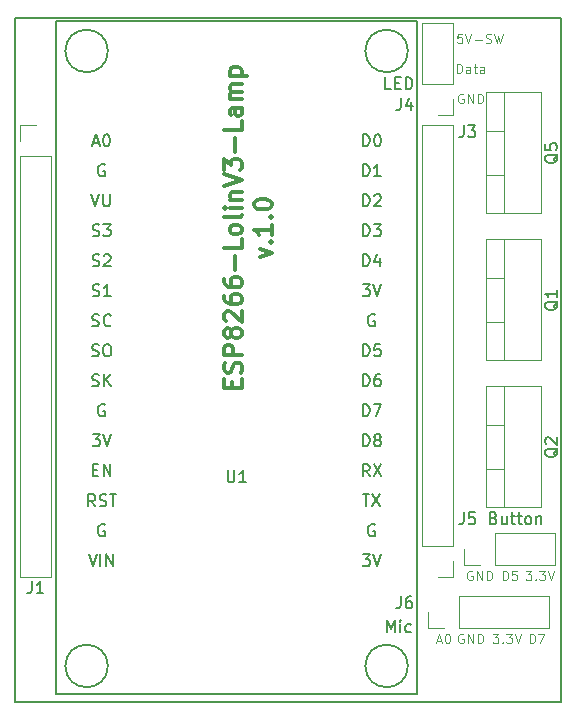
<source format=gbr>
%TF.GenerationSoftware,KiCad,Pcbnew,5.0.2-bee76a0~70~ubuntu18.04.1*%
%TF.CreationDate,2019-10-11T23:19:19+02:00*%
%TF.ProjectId,ESP8266-LolinV3-Lamp,45535038-3236-4362-9d4c-6f6c696e5633,1.0*%
%TF.SameCoordinates,Original*%
%TF.FileFunction,Legend,Top*%
%TF.FilePolarity,Positive*%
%FSLAX46Y46*%
G04 Gerber Fmt 4.6, Leading zero omitted, Abs format (unit mm)*
G04 Created by KiCad (PCBNEW 5.0.2-bee76a0~70~ubuntu18.04.1) date ven 11 ott 2019 23:19:19 CEST*
%MOMM*%
%LPD*%
G01*
G04 APERTURE LIST*
%ADD10C,0.120000*%
%ADD11C,0.150000*%
%ADD12C,0.300000*%
G04 APERTURE END LIST*
D10*
X183051523Y-101707904D02*
X183051523Y-100907904D01*
X183242000Y-100907904D01*
X183356285Y-100946000D01*
X183432476Y-101022190D01*
X183470571Y-101098380D01*
X183508666Y-101250761D01*
X183508666Y-101365047D01*
X183470571Y-101517428D01*
X183432476Y-101593619D01*
X183356285Y-101669809D01*
X183242000Y-101707904D01*
X183051523Y-101707904D01*
X183775333Y-100907904D02*
X184308666Y-100907904D01*
X183965809Y-101707904D01*
X179921047Y-100907904D02*
X180416285Y-100907904D01*
X180149619Y-101212666D01*
X180263904Y-101212666D01*
X180340095Y-101250761D01*
X180378190Y-101288857D01*
X180416285Y-101365047D01*
X180416285Y-101555523D01*
X180378190Y-101631714D01*
X180340095Y-101669809D01*
X180263904Y-101707904D01*
X180035333Y-101707904D01*
X179959142Y-101669809D01*
X179921047Y-101631714D01*
X180759142Y-101631714D02*
X180797238Y-101669809D01*
X180759142Y-101707904D01*
X180721047Y-101669809D01*
X180759142Y-101631714D01*
X180759142Y-101707904D01*
X181063904Y-100907904D02*
X181559142Y-100907904D01*
X181292476Y-101212666D01*
X181406761Y-101212666D01*
X181482952Y-101250761D01*
X181521047Y-101288857D01*
X181559142Y-101365047D01*
X181559142Y-101555523D01*
X181521047Y-101631714D01*
X181482952Y-101669809D01*
X181406761Y-101707904D01*
X181178190Y-101707904D01*
X181102000Y-101669809D01*
X181063904Y-101631714D01*
X181787714Y-100907904D02*
X182054380Y-101707904D01*
X182321047Y-100907904D01*
X177444476Y-100946000D02*
X177368285Y-100907904D01*
X177254000Y-100907904D01*
X177139714Y-100946000D01*
X177063523Y-101022190D01*
X177025428Y-101098380D01*
X176987333Y-101250761D01*
X176987333Y-101365047D01*
X177025428Y-101517428D01*
X177063523Y-101593619D01*
X177139714Y-101669809D01*
X177254000Y-101707904D01*
X177330190Y-101707904D01*
X177444476Y-101669809D01*
X177482571Y-101631714D01*
X177482571Y-101365047D01*
X177330190Y-101365047D01*
X177825428Y-101707904D02*
X177825428Y-100907904D01*
X178282571Y-101707904D01*
X178282571Y-100907904D01*
X178663523Y-101707904D02*
X178663523Y-100907904D01*
X178854000Y-100907904D01*
X178968285Y-100946000D01*
X179044476Y-101022190D01*
X179082571Y-101098380D01*
X179120666Y-101250761D01*
X179120666Y-101365047D01*
X179082571Y-101517428D01*
X179044476Y-101593619D01*
X178968285Y-101669809D01*
X178854000Y-101707904D01*
X178663523Y-101707904D01*
X175196571Y-101479333D02*
X175577523Y-101479333D01*
X175120380Y-101707904D02*
X175387047Y-100907904D01*
X175653714Y-101707904D01*
X176072761Y-100907904D02*
X176148952Y-100907904D01*
X176225142Y-100946000D01*
X176263238Y-100984095D01*
X176301333Y-101060285D01*
X176339428Y-101212666D01*
X176339428Y-101403142D01*
X176301333Y-101555523D01*
X176263238Y-101631714D01*
X176225142Y-101669809D01*
X176148952Y-101707904D01*
X176072761Y-101707904D01*
X175996571Y-101669809D01*
X175958476Y-101631714D01*
X175920380Y-101555523D01*
X175882285Y-101403142D01*
X175882285Y-101212666D01*
X175920380Y-101060285D01*
X175958476Y-100984095D01*
X175996571Y-100946000D01*
X176072761Y-100907904D01*
D11*
X171315142Y-54808380D02*
X170838952Y-54808380D01*
X170838952Y-53808380D01*
X171648476Y-54284571D02*
X171981809Y-54284571D01*
X172124666Y-54808380D02*
X171648476Y-54808380D01*
X171648476Y-53808380D01*
X172124666Y-53808380D01*
X172553238Y-54808380D02*
X172553238Y-53808380D01*
X172791333Y-53808380D01*
X172934190Y-53856000D01*
X173029428Y-53951238D01*
X173077047Y-54046476D01*
X173124666Y-54236952D01*
X173124666Y-54379809D01*
X173077047Y-54570285D01*
X173029428Y-54665523D01*
X172934190Y-54760761D01*
X172791333Y-54808380D01*
X172553238Y-54808380D01*
D10*
X177444476Y-55226000D02*
X177368285Y-55187904D01*
X177254000Y-55187904D01*
X177139714Y-55226000D01*
X177063523Y-55302190D01*
X177025428Y-55378380D01*
X176987333Y-55530761D01*
X176987333Y-55645047D01*
X177025428Y-55797428D01*
X177063523Y-55873619D01*
X177139714Y-55949809D01*
X177254000Y-55987904D01*
X177330190Y-55987904D01*
X177444476Y-55949809D01*
X177482571Y-55911714D01*
X177482571Y-55645047D01*
X177330190Y-55645047D01*
X177825428Y-55987904D02*
X177825428Y-55187904D01*
X178282571Y-55987904D01*
X178282571Y-55187904D01*
X178663523Y-55987904D02*
X178663523Y-55187904D01*
X178854000Y-55187904D01*
X178968285Y-55226000D01*
X179044476Y-55302190D01*
X179082571Y-55378380D01*
X179120666Y-55530761D01*
X179120666Y-55645047D01*
X179082571Y-55797428D01*
X179044476Y-55873619D01*
X178968285Y-55949809D01*
X178854000Y-55987904D01*
X178663523Y-55987904D01*
X176892095Y-53447904D02*
X176892095Y-52647904D01*
X177082571Y-52647904D01*
X177196857Y-52686000D01*
X177273047Y-52762190D01*
X177311142Y-52838380D01*
X177349238Y-52990761D01*
X177349238Y-53105047D01*
X177311142Y-53257428D01*
X177273047Y-53333619D01*
X177196857Y-53409809D01*
X177082571Y-53447904D01*
X176892095Y-53447904D01*
X178034952Y-53447904D02*
X178034952Y-53028857D01*
X177996857Y-52952666D01*
X177920666Y-52914571D01*
X177768285Y-52914571D01*
X177692095Y-52952666D01*
X178034952Y-53409809D02*
X177958761Y-53447904D01*
X177768285Y-53447904D01*
X177692095Y-53409809D01*
X177654000Y-53333619D01*
X177654000Y-53257428D01*
X177692095Y-53181238D01*
X177768285Y-53143142D01*
X177958761Y-53143142D01*
X178034952Y-53105047D01*
X178301619Y-52914571D02*
X178606380Y-52914571D01*
X178415904Y-52647904D02*
X178415904Y-53333619D01*
X178454000Y-53409809D01*
X178530190Y-53447904D01*
X178606380Y-53447904D01*
X179215904Y-53447904D02*
X179215904Y-53028857D01*
X179177809Y-52952666D01*
X179101619Y-52914571D01*
X178949238Y-52914571D01*
X178873047Y-52952666D01*
X179215904Y-53409809D02*
X179139714Y-53447904D01*
X178949238Y-53447904D01*
X178873047Y-53409809D01*
X178834952Y-53333619D01*
X178834952Y-53257428D01*
X178873047Y-53181238D01*
X178949238Y-53143142D01*
X179139714Y-53143142D01*
X179215904Y-53105047D01*
X177330285Y-50107904D02*
X176949333Y-50107904D01*
X176911238Y-50488857D01*
X176949333Y-50450761D01*
X177025523Y-50412666D01*
X177216000Y-50412666D01*
X177292190Y-50450761D01*
X177330285Y-50488857D01*
X177368380Y-50565047D01*
X177368380Y-50755523D01*
X177330285Y-50831714D01*
X177292190Y-50869809D01*
X177216000Y-50907904D01*
X177025523Y-50907904D01*
X176949333Y-50869809D01*
X176911238Y-50831714D01*
X177596952Y-50107904D02*
X177863619Y-50907904D01*
X178130285Y-50107904D01*
X178396952Y-50603142D02*
X179006476Y-50603142D01*
X179349333Y-50869809D02*
X179463619Y-50907904D01*
X179654095Y-50907904D01*
X179730285Y-50869809D01*
X179768380Y-50831714D01*
X179806476Y-50755523D01*
X179806476Y-50679333D01*
X179768380Y-50603142D01*
X179730285Y-50565047D01*
X179654095Y-50526952D01*
X179501714Y-50488857D01*
X179425523Y-50450761D01*
X179387428Y-50412666D01*
X179349333Y-50336476D01*
X179349333Y-50260285D01*
X179387428Y-50184095D01*
X179425523Y-50146000D01*
X179501714Y-50107904D01*
X179692190Y-50107904D01*
X179806476Y-50146000D01*
X180073142Y-50107904D02*
X180263619Y-50907904D01*
X180416000Y-50336476D01*
X180568380Y-50907904D01*
X180758857Y-50107904D01*
D11*
X170958000Y-100782380D02*
X170958000Y-99782380D01*
X171291333Y-100496666D01*
X171624666Y-99782380D01*
X171624666Y-100782380D01*
X172100857Y-100782380D02*
X172100857Y-100115714D01*
X172100857Y-99782380D02*
X172053238Y-99830000D01*
X172100857Y-99877619D01*
X172148476Y-99830000D01*
X172100857Y-99782380D01*
X172100857Y-99877619D01*
X173005619Y-100734761D02*
X172910380Y-100782380D01*
X172719904Y-100782380D01*
X172624666Y-100734761D01*
X172577047Y-100687142D01*
X172529428Y-100591904D01*
X172529428Y-100306190D01*
X172577047Y-100210952D01*
X172624666Y-100163333D01*
X172719904Y-100115714D01*
X172910380Y-100115714D01*
X173005619Y-100163333D01*
D10*
X182715047Y-95573904D02*
X183210285Y-95573904D01*
X182943619Y-95878666D01*
X183057904Y-95878666D01*
X183134095Y-95916761D01*
X183172190Y-95954857D01*
X183210285Y-96031047D01*
X183210285Y-96221523D01*
X183172190Y-96297714D01*
X183134095Y-96335809D01*
X183057904Y-96373904D01*
X182829333Y-96373904D01*
X182753142Y-96335809D01*
X182715047Y-96297714D01*
X183553142Y-96297714D02*
X183591238Y-96335809D01*
X183553142Y-96373904D01*
X183515047Y-96335809D01*
X183553142Y-96297714D01*
X183553142Y-96373904D01*
X183857904Y-95573904D02*
X184353142Y-95573904D01*
X184086476Y-95878666D01*
X184200761Y-95878666D01*
X184276952Y-95916761D01*
X184315047Y-95954857D01*
X184353142Y-96031047D01*
X184353142Y-96221523D01*
X184315047Y-96297714D01*
X184276952Y-96335809D01*
X184200761Y-96373904D01*
X183972190Y-96373904D01*
X183896000Y-96335809D01*
X183857904Y-96297714D01*
X184581714Y-95573904D02*
X184848380Y-96373904D01*
X185115047Y-95573904D01*
X178206476Y-95612000D02*
X178130285Y-95573904D01*
X178016000Y-95573904D01*
X177901714Y-95612000D01*
X177825523Y-95688190D01*
X177787428Y-95764380D01*
X177749333Y-95916761D01*
X177749333Y-96031047D01*
X177787428Y-96183428D01*
X177825523Y-96259619D01*
X177901714Y-96335809D01*
X178016000Y-96373904D01*
X178092190Y-96373904D01*
X178206476Y-96335809D01*
X178244571Y-96297714D01*
X178244571Y-96031047D01*
X178092190Y-96031047D01*
X178587428Y-96373904D02*
X178587428Y-95573904D01*
X179044571Y-96373904D01*
X179044571Y-95573904D01*
X179425523Y-96373904D02*
X179425523Y-95573904D01*
X179616000Y-95573904D01*
X179730285Y-95612000D01*
X179806476Y-95688190D01*
X179844571Y-95764380D01*
X179882666Y-95916761D01*
X179882666Y-96031047D01*
X179844571Y-96183428D01*
X179806476Y-96259619D01*
X179730285Y-96335809D01*
X179616000Y-96373904D01*
X179425523Y-96373904D01*
X180765523Y-96373904D02*
X180765523Y-95573904D01*
X180956000Y-95573904D01*
X181070285Y-95612000D01*
X181146476Y-95688190D01*
X181184571Y-95764380D01*
X181222666Y-95916761D01*
X181222666Y-96031047D01*
X181184571Y-96183428D01*
X181146476Y-96259619D01*
X181070285Y-96335809D01*
X180956000Y-96373904D01*
X180765523Y-96373904D01*
X181946476Y-95573904D02*
X181565523Y-95573904D01*
X181527428Y-95954857D01*
X181565523Y-95916761D01*
X181641714Y-95878666D01*
X181832190Y-95878666D01*
X181908380Y-95916761D01*
X181946476Y-95954857D01*
X181984571Y-96031047D01*
X181984571Y-96221523D01*
X181946476Y-96297714D01*
X181908380Y-96335809D01*
X181832190Y-96373904D01*
X181641714Y-96373904D01*
X181565523Y-96335809D01*
X181527428Y-96297714D01*
D11*
X180006857Y-91114571D02*
X180149714Y-91162190D01*
X180197333Y-91209809D01*
X180244952Y-91305047D01*
X180244952Y-91447904D01*
X180197333Y-91543142D01*
X180149714Y-91590761D01*
X180054476Y-91638380D01*
X179673523Y-91638380D01*
X179673523Y-90638380D01*
X180006857Y-90638380D01*
X180102095Y-90686000D01*
X180149714Y-90733619D01*
X180197333Y-90828857D01*
X180197333Y-90924095D01*
X180149714Y-91019333D01*
X180102095Y-91066952D01*
X180006857Y-91114571D01*
X179673523Y-91114571D01*
X181102095Y-90971714D02*
X181102095Y-91638380D01*
X180673523Y-90971714D02*
X180673523Y-91495523D01*
X180721142Y-91590761D01*
X180816380Y-91638380D01*
X180959238Y-91638380D01*
X181054476Y-91590761D01*
X181102095Y-91543142D01*
X181435428Y-90971714D02*
X181816380Y-90971714D01*
X181578285Y-90638380D02*
X181578285Y-91495523D01*
X181625904Y-91590761D01*
X181721142Y-91638380D01*
X181816380Y-91638380D01*
X182006857Y-90971714D02*
X182387809Y-90971714D01*
X182149714Y-90638380D02*
X182149714Y-91495523D01*
X182197333Y-91590761D01*
X182292571Y-91638380D01*
X182387809Y-91638380D01*
X182864000Y-91638380D02*
X182768761Y-91590761D01*
X182721142Y-91543142D01*
X182673523Y-91447904D01*
X182673523Y-91162190D01*
X182721142Y-91066952D01*
X182768761Y-91019333D01*
X182864000Y-90971714D01*
X183006857Y-90971714D01*
X183102095Y-91019333D01*
X183149714Y-91066952D01*
X183197333Y-91162190D01*
X183197333Y-91447904D01*
X183149714Y-91543142D01*
X183102095Y-91590761D01*
X183006857Y-91638380D01*
X182864000Y-91638380D01*
X183625904Y-90971714D02*
X183625904Y-91638380D01*
X183625904Y-91066952D02*
X183673523Y-91019333D01*
X183768761Y-90971714D01*
X183911619Y-90971714D01*
X184006857Y-91019333D01*
X184054476Y-91114571D01*
X184054476Y-91638380D01*
D12*
X157875857Y-80083714D02*
X157875857Y-79583714D01*
X158661571Y-79369428D02*
X158661571Y-80083714D01*
X157161571Y-80083714D01*
X157161571Y-79369428D01*
X158590142Y-78798000D02*
X158661571Y-78583714D01*
X158661571Y-78226571D01*
X158590142Y-78083714D01*
X158518714Y-78012285D01*
X158375857Y-77940857D01*
X158233000Y-77940857D01*
X158090142Y-78012285D01*
X158018714Y-78083714D01*
X157947285Y-78226571D01*
X157875857Y-78512285D01*
X157804428Y-78655142D01*
X157733000Y-78726571D01*
X157590142Y-78798000D01*
X157447285Y-78798000D01*
X157304428Y-78726571D01*
X157233000Y-78655142D01*
X157161571Y-78512285D01*
X157161571Y-78155142D01*
X157233000Y-77940857D01*
X158661571Y-77298000D02*
X157161571Y-77298000D01*
X157161571Y-76726571D01*
X157233000Y-76583714D01*
X157304428Y-76512285D01*
X157447285Y-76440857D01*
X157661571Y-76440857D01*
X157804428Y-76512285D01*
X157875857Y-76583714D01*
X157947285Y-76726571D01*
X157947285Y-77298000D01*
X157804428Y-75583714D02*
X157733000Y-75726571D01*
X157661571Y-75798000D01*
X157518714Y-75869428D01*
X157447285Y-75869428D01*
X157304428Y-75798000D01*
X157233000Y-75726571D01*
X157161571Y-75583714D01*
X157161571Y-75298000D01*
X157233000Y-75155142D01*
X157304428Y-75083714D01*
X157447285Y-75012285D01*
X157518714Y-75012285D01*
X157661571Y-75083714D01*
X157733000Y-75155142D01*
X157804428Y-75298000D01*
X157804428Y-75583714D01*
X157875857Y-75726571D01*
X157947285Y-75798000D01*
X158090142Y-75869428D01*
X158375857Y-75869428D01*
X158518714Y-75798000D01*
X158590142Y-75726571D01*
X158661571Y-75583714D01*
X158661571Y-75298000D01*
X158590142Y-75155142D01*
X158518714Y-75083714D01*
X158375857Y-75012285D01*
X158090142Y-75012285D01*
X157947285Y-75083714D01*
X157875857Y-75155142D01*
X157804428Y-75298000D01*
X157304428Y-74440857D02*
X157233000Y-74369428D01*
X157161571Y-74226571D01*
X157161571Y-73869428D01*
X157233000Y-73726571D01*
X157304428Y-73655142D01*
X157447285Y-73583714D01*
X157590142Y-73583714D01*
X157804428Y-73655142D01*
X158661571Y-74512285D01*
X158661571Y-73583714D01*
X157161571Y-72298000D02*
X157161571Y-72583714D01*
X157233000Y-72726571D01*
X157304428Y-72798000D01*
X157518714Y-72940857D01*
X157804428Y-73012285D01*
X158375857Y-73012285D01*
X158518714Y-72940857D01*
X158590142Y-72869428D01*
X158661571Y-72726571D01*
X158661571Y-72440857D01*
X158590142Y-72298000D01*
X158518714Y-72226571D01*
X158375857Y-72155142D01*
X158018714Y-72155142D01*
X157875857Y-72226571D01*
X157804428Y-72298000D01*
X157733000Y-72440857D01*
X157733000Y-72726571D01*
X157804428Y-72869428D01*
X157875857Y-72940857D01*
X158018714Y-73012285D01*
X157161571Y-70869428D02*
X157161571Y-71155142D01*
X157233000Y-71298000D01*
X157304428Y-71369428D01*
X157518714Y-71512285D01*
X157804428Y-71583714D01*
X158375857Y-71583714D01*
X158518714Y-71512285D01*
X158590142Y-71440857D01*
X158661571Y-71298000D01*
X158661571Y-71012285D01*
X158590142Y-70869428D01*
X158518714Y-70798000D01*
X158375857Y-70726571D01*
X158018714Y-70726571D01*
X157875857Y-70798000D01*
X157804428Y-70869428D01*
X157733000Y-71012285D01*
X157733000Y-71298000D01*
X157804428Y-71440857D01*
X157875857Y-71512285D01*
X158018714Y-71583714D01*
X158090142Y-70083714D02*
X158090142Y-68940857D01*
X158661571Y-67512285D02*
X158661571Y-68226571D01*
X157161571Y-68226571D01*
X158661571Y-66798000D02*
X158590142Y-66940857D01*
X158518714Y-67012285D01*
X158375857Y-67083714D01*
X157947285Y-67083714D01*
X157804428Y-67012285D01*
X157733000Y-66940857D01*
X157661571Y-66798000D01*
X157661571Y-66583714D01*
X157733000Y-66440857D01*
X157804428Y-66369428D01*
X157947285Y-66298000D01*
X158375857Y-66298000D01*
X158518714Y-66369428D01*
X158590142Y-66440857D01*
X158661571Y-66583714D01*
X158661571Y-66798000D01*
X158661571Y-65440857D02*
X158590142Y-65583714D01*
X158447285Y-65655142D01*
X157161571Y-65655142D01*
X158661571Y-64869428D02*
X157661571Y-64869428D01*
X157161571Y-64869428D02*
X157233000Y-64940857D01*
X157304428Y-64869428D01*
X157233000Y-64798000D01*
X157161571Y-64869428D01*
X157304428Y-64869428D01*
X157661571Y-64155142D02*
X158661571Y-64155142D01*
X157804428Y-64155142D02*
X157733000Y-64083714D01*
X157661571Y-63940857D01*
X157661571Y-63726571D01*
X157733000Y-63583714D01*
X157875857Y-63512285D01*
X158661571Y-63512285D01*
X157161571Y-63012285D02*
X158661571Y-62512285D01*
X157161571Y-62012285D01*
X157161571Y-61655142D02*
X157161571Y-60726571D01*
X157733000Y-61226571D01*
X157733000Y-61012285D01*
X157804428Y-60869428D01*
X157875857Y-60798000D01*
X158018714Y-60726571D01*
X158375857Y-60726571D01*
X158518714Y-60798000D01*
X158590142Y-60869428D01*
X158661571Y-61012285D01*
X158661571Y-61440857D01*
X158590142Y-61583714D01*
X158518714Y-61655142D01*
X158090142Y-60083714D02*
X158090142Y-58940857D01*
X158661571Y-57512285D02*
X158661571Y-58226571D01*
X157161571Y-58226571D01*
X158661571Y-56369428D02*
X157875857Y-56369428D01*
X157733000Y-56440857D01*
X157661571Y-56583714D01*
X157661571Y-56869428D01*
X157733000Y-57012285D01*
X158590142Y-56369428D02*
X158661571Y-56512285D01*
X158661571Y-56869428D01*
X158590142Y-57012285D01*
X158447285Y-57083714D01*
X158304428Y-57083714D01*
X158161571Y-57012285D01*
X158090142Y-56869428D01*
X158090142Y-56512285D01*
X158018714Y-56369428D01*
X158661571Y-55655142D02*
X157661571Y-55655142D01*
X157804428Y-55655142D02*
X157733000Y-55583714D01*
X157661571Y-55440857D01*
X157661571Y-55226571D01*
X157733000Y-55083714D01*
X157875857Y-55012285D01*
X158661571Y-55012285D01*
X157875857Y-55012285D02*
X157733000Y-54940857D01*
X157661571Y-54798000D01*
X157661571Y-54583714D01*
X157733000Y-54440857D01*
X157875857Y-54369428D01*
X158661571Y-54369428D01*
X157661571Y-53655142D02*
X159161571Y-53655142D01*
X157733000Y-53655142D02*
X157661571Y-53512285D01*
X157661571Y-53226571D01*
X157733000Y-53083714D01*
X157804428Y-53012285D01*
X157947285Y-52940857D01*
X158375857Y-52940857D01*
X158518714Y-53012285D01*
X158590142Y-53083714D01*
X158661571Y-53226571D01*
X158661571Y-53512285D01*
X158590142Y-53655142D01*
X160211571Y-69048000D02*
X161211571Y-68690857D01*
X160211571Y-68333714D01*
X161068714Y-67762285D02*
X161140142Y-67690857D01*
X161211571Y-67762285D01*
X161140142Y-67833714D01*
X161068714Y-67762285D01*
X161211571Y-67762285D01*
X161211571Y-66262285D02*
X161211571Y-67119428D01*
X161211571Y-66690857D02*
X159711571Y-66690857D01*
X159925857Y-66833714D01*
X160068714Y-66976571D01*
X160140142Y-67119428D01*
X161068714Y-65619428D02*
X161140142Y-65548000D01*
X161211571Y-65619428D01*
X161140142Y-65690857D01*
X161068714Y-65619428D01*
X161211571Y-65619428D01*
X159711571Y-64619428D02*
X159711571Y-64476571D01*
X159783000Y-64333714D01*
X159854428Y-64262285D01*
X159997285Y-64190857D01*
X160283000Y-64119428D01*
X160640142Y-64119428D01*
X160925857Y-64190857D01*
X161068714Y-64262285D01*
X161140142Y-64333714D01*
X161211571Y-64476571D01*
X161211571Y-64619428D01*
X161140142Y-64762285D01*
X161068714Y-64833714D01*
X160925857Y-64905142D01*
X160640142Y-64976571D01*
X160283000Y-64976571D01*
X159997285Y-64905142D01*
X159854428Y-64833714D01*
X159783000Y-64762285D01*
X159711571Y-64619428D01*
D11*
X185674000Y-48768000D02*
X185674000Y-106680000D01*
X139446000Y-106680000D02*
X185674000Y-106680000D01*
X139446000Y-48768000D02*
X185674000Y-48768000D01*
X139446000Y-106680000D02*
X139446000Y-48768000D01*
D10*
X179356000Y-65318000D02*
X179356000Y-55078000D01*
X183997000Y-65318000D02*
X183997000Y-55078000D01*
X179356000Y-65318000D02*
X183997000Y-65318000D01*
X179356000Y-55078000D02*
X183997000Y-55078000D01*
X180866000Y-65318000D02*
X180866000Y-55078000D01*
X179356000Y-62048000D02*
X180866000Y-62048000D01*
X179356000Y-58347000D02*
X180866000Y-58347000D01*
X176590000Y-56956000D02*
X175260000Y-56956000D01*
X176590000Y-55626000D02*
X176590000Y-56956000D01*
X176590000Y-54356000D02*
X173930000Y-54356000D01*
X173930000Y-54356000D02*
X173930000Y-49216000D01*
X176590000Y-54356000D02*
X176590000Y-49216000D01*
X176590000Y-49216000D02*
X173930000Y-49216000D01*
X185226000Y-95056000D02*
X185226000Y-92396000D01*
X180086000Y-95056000D02*
X185226000Y-95056000D01*
X180086000Y-92396000D02*
X185226000Y-92396000D01*
X180086000Y-95056000D02*
X180086000Y-92396000D01*
X178816000Y-95056000D02*
X177486000Y-95056000D01*
X177486000Y-95056000D02*
X177486000Y-93726000D01*
X184718000Y-100390000D02*
X184718000Y-97730000D01*
X177038000Y-100390000D02*
X184718000Y-100390000D01*
X177038000Y-97730000D02*
X184718000Y-97730000D01*
X177038000Y-100390000D02*
X177038000Y-97730000D01*
X175768000Y-100390000D02*
X174438000Y-100390000D01*
X174438000Y-100390000D02*
X174438000Y-99060000D01*
X139894000Y-57852000D02*
X141224000Y-57852000D01*
X139894000Y-59182000D02*
X139894000Y-57852000D01*
X139894000Y-60452000D02*
X142554000Y-60452000D01*
X142554000Y-60452000D02*
X142554000Y-96072000D01*
X139894000Y-60452000D02*
X139894000Y-96072000D01*
X139894000Y-96072000D02*
X142554000Y-96072000D01*
X176590000Y-57852000D02*
X173930000Y-57852000D01*
X176590000Y-93472000D02*
X176590000Y-57852000D01*
X173930000Y-93472000D02*
X173930000Y-57852000D01*
X176590000Y-93472000D02*
X173930000Y-93472000D01*
X176590000Y-94742000D02*
X176590000Y-96072000D01*
X176590000Y-96072000D02*
X175260000Y-96072000D01*
D11*
X172738051Y-103632000D02*
G75*
G03X172738051Y-103632000I-1796051J0D01*
G01*
X147338051Y-103632000D02*
G75*
G03X147338051Y-103632000I-1796051J0D01*
G01*
X147338051Y-51562000D02*
G75*
G03X147338051Y-51562000I-1796051J0D01*
G01*
X172738051Y-51562000D02*
G75*
G03X172738051Y-51562000I-1796051J0D01*
G01*
X173492000Y-49002000D02*
X143492000Y-49002000D01*
X143492000Y-49002000D02*
X142992000Y-49002000D01*
X142992000Y-49002000D02*
X142992000Y-106002000D01*
X142992000Y-106002000D02*
X173492000Y-106002000D01*
X173492000Y-106002000D02*
X173492000Y-49002000D01*
D10*
X179356000Y-83239000D02*
X180866000Y-83239000D01*
X179356000Y-86940000D02*
X180866000Y-86940000D01*
X180866000Y-90210000D02*
X180866000Y-79970000D01*
X179356000Y-79970000D02*
X183997000Y-79970000D01*
X179356000Y-90210000D02*
X183997000Y-90210000D01*
X183997000Y-90210000D02*
X183997000Y-79970000D01*
X179356000Y-90210000D02*
X179356000Y-79970000D01*
X179356000Y-77764000D02*
X179356000Y-67524000D01*
X183997000Y-77764000D02*
X183997000Y-67524000D01*
X179356000Y-77764000D02*
X183997000Y-77764000D01*
X179356000Y-67524000D02*
X183997000Y-67524000D01*
X180866000Y-77764000D02*
X180866000Y-67524000D01*
X179356000Y-74494000D02*
X180866000Y-74494000D01*
X179356000Y-70793000D02*
X180866000Y-70793000D01*
D11*
X185459619Y-60293238D02*
X185412000Y-60388476D01*
X185316761Y-60483714D01*
X185173904Y-60626571D01*
X185126285Y-60721809D01*
X185126285Y-60817047D01*
X185364380Y-60769428D02*
X185316761Y-60864666D01*
X185221523Y-60959904D01*
X185031047Y-61007523D01*
X184697714Y-61007523D01*
X184507238Y-60959904D01*
X184412000Y-60864666D01*
X184364380Y-60769428D01*
X184364380Y-60578952D01*
X184412000Y-60483714D01*
X184507238Y-60388476D01*
X184697714Y-60340857D01*
X185031047Y-60340857D01*
X185221523Y-60388476D01*
X185316761Y-60483714D01*
X185364380Y-60578952D01*
X185364380Y-60769428D01*
X184364380Y-59436095D02*
X184364380Y-59912285D01*
X184840571Y-59959904D01*
X184792952Y-59912285D01*
X184745333Y-59817047D01*
X184745333Y-59578952D01*
X184792952Y-59483714D01*
X184840571Y-59436095D01*
X184935809Y-59388476D01*
X185173904Y-59388476D01*
X185269142Y-59436095D01*
X185316761Y-59483714D01*
X185364380Y-59578952D01*
X185364380Y-59817047D01*
X185316761Y-59912285D01*
X185269142Y-59959904D01*
X172132666Y-55586380D02*
X172132666Y-56300666D01*
X172085047Y-56443523D01*
X171989809Y-56538761D01*
X171846952Y-56586380D01*
X171751714Y-56586380D01*
X173037428Y-55919714D02*
X173037428Y-56586380D01*
X172799333Y-55538761D02*
X172561238Y-56253047D01*
X173180285Y-56253047D01*
X177466666Y-90638380D02*
X177466666Y-91352666D01*
X177419047Y-91495523D01*
X177323809Y-91590761D01*
X177180952Y-91638380D01*
X177085714Y-91638380D01*
X178419047Y-90638380D02*
X177942857Y-90638380D01*
X177895238Y-91114571D01*
X177942857Y-91066952D01*
X178038095Y-91019333D01*
X178276190Y-91019333D01*
X178371428Y-91066952D01*
X178419047Y-91114571D01*
X178466666Y-91209809D01*
X178466666Y-91447904D01*
X178419047Y-91543142D01*
X178371428Y-91590761D01*
X178276190Y-91638380D01*
X178038095Y-91638380D01*
X177942857Y-91590761D01*
X177895238Y-91543142D01*
X172132666Y-97750380D02*
X172132666Y-98464666D01*
X172085047Y-98607523D01*
X171989809Y-98702761D01*
X171846952Y-98750380D01*
X171751714Y-98750380D01*
X173037428Y-97750380D02*
X172846952Y-97750380D01*
X172751714Y-97798000D01*
X172704095Y-97845619D01*
X172608857Y-97988476D01*
X172561238Y-98178952D01*
X172561238Y-98559904D01*
X172608857Y-98655142D01*
X172656476Y-98702761D01*
X172751714Y-98750380D01*
X172942190Y-98750380D01*
X173037428Y-98702761D01*
X173085047Y-98655142D01*
X173132666Y-98559904D01*
X173132666Y-98321809D01*
X173085047Y-98226571D01*
X173037428Y-98178952D01*
X172942190Y-98131333D01*
X172751714Y-98131333D01*
X172656476Y-98178952D01*
X172608857Y-98226571D01*
X172561238Y-98321809D01*
X140890666Y-96480380D02*
X140890666Y-97194666D01*
X140843047Y-97337523D01*
X140747809Y-97432761D01*
X140604952Y-97480380D01*
X140509714Y-97480380D01*
X141890666Y-97480380D02*
X141319238Y-97480380D01*
X141604952Y-97480380D02*
X141604952Y-96480380D01*
X141509714Y-96623238D01*
X141414476Y-96718476D01*
X141319238Y-96766095D01*
X177466666Y-57872380D02*
X177466666Y-58586666D01*
X177419047Y-58729523D01*
X177323809Y-58824761D01*
X177180952Y-58872380D01*
X177085714Y-58872380D01*
X177847619Y-57872380D02*
X178466666Y-57872380D01*
X178133333Y-58253333D01*
X178276190Y-58253333D01*
X178371428Y-58300952D01*
X178419047Y-58348571D01*
X178466666Y-58443809D01*
X178466666Y-58681904D01*
X178419047Y-58777142D01*
X178371428Y-58824761D01*
X178276190Y-58872380D01*
X177990476Y-58872380D01*
X177895238Y-58824761D01*
X177847619Y-58777142D01*
X157480095Y-87082380D02*
X157480095Y-87891904D01*
X157527714Y-87987142D01*
X157575333Y-88034761D01*
X157670571Y-88082380D01*
X157861047Y-88082380D01*
X157956285Y-88034761D01*
X158003904Y-87987142D01*
X158051523Y-87891904D01*
X158051523Y-87082380D01*
X159051523Y-88082380D02*
X158480095Y-88082380D01*
X158765809Y-88082380D02*
X158765809Y-87082380D01*
X158670571Y-87225238D01*
X158575333Y-87320476D01*
X158480095Y-87368095D01*
X145716761Y-94194380D02*
X146050095Y-95194380D01*
X146383428Y-94194380D01*
X146716761Y-95194380D02*
X146716761Y-94194380D01*
X147192952Y-95194380D02*
X147192952Y-94194380D01*
X147764380Y-95194380D01*
X147764380Y-94194380D01*
X147073904Y-91702000D02*
X146978666Y-91654380D01*
X146835809Y-91654380D01*
X146692952Y-91702000D01*
X146597714Y-91797238D01*
X146550095Y-91892476D01*
X146502476Y-92082952D01*
X146502476Y-92225809D01*
X146550095Y-92416285D01*
X146597714Y-92511523D01*
X146692952Y-92606761D01*
X146835809Y-92654380D01*
X146931047Y-92654380D01*
X147073904Y-92606761D01*
X147121523Y-92559142D01*
X147121523Y-92225809D01*
X146931047Y-92225809D01*
X146264380Y-90114380D02*
X145931047Y-89638190D01*
X145692952Y-90114380D02*
X145692952Y-89114380D01*
X146073904Y-89114380D01*
X146169142Y-89162000D01*
X146216761Y-89209619D01*
X146264380Y-89304857D01*
X146264380Y-89447714D01*
X146216761Y-89542952D01*
X146169142Y-89590571D01*
X146073904Y-89638190D01*
X145692952Y-89638190D01*
X146645333Y-90066761D02*
X146788190Y-90114380D01*
X147026285Y-90114380D01*
X147121523Y-90066761D01*
X147169142Y-90019142D01*
X147216761Y-89923904D01*
X147216761Y-89828666D01*
X147169142Y-89733428D01*
X147121523Y-89685809D01*
X147026285Y-89638190D01*
X146835809Y-89590571D01*
X146740571Y-89542952D01*
X146692952Y-89495333D01*
X146645333Y-89400095D01*
X146645333Y-89304857D01*
X146692952Y-89209619D01*
X146740571Y-89162000D01*
X146835809Y-89114380D01*
X147073904Y-89114380D01*
X147216761Y-89162000D01*
X147502476Y-89114380D02*
X148073904Y-89114380D01*
X147788190Y-90114380D02*
X147788190Y-89114380D01*
X146073904Y-87050571D02*
X146407238Y-87050571D01*
X146550095Y-87574380D02*
X146073904Y-87574380D01*
X146073904Y-86574380D01*
X146550095Y-86574380D01*
X146978666Y-87574380D02*
X146978666Y-86574380D01*
X147550095Y-87574380D01*
X147550095Y-86574380D01*
X146050095Y-84034380D02*
X146669142Y-84034380D01*
X146335809Y-84415333D01*
X146478666Y-84415333D01*
X146573904Y-84462952D01*
X146621523Y-84510571D01*
X146669142Y-84605809D01*
X146669142Y-84843904D01*
X146621523Y-84939142D01*
X146573904Y-84986761D01*
X146478666Y-85034380D01*
X146192952Y-85034380D01*
X146097714Y-84986761D01*
X146050095Y-84939142D01*
X146954857Y-84034380D02*
X147288190Y-85034380D01*
X147621523Y-84034380D01*
X147073904Y-81542000D02*
X146978666Y-81494380D01*
X146835809Y-81494380D01*
X146692952Y-81542000D01*
X146597714Y-81637238D01*
X146550095Y-81732476D01*
X146502476Y-81922952D01*
X146502476Y-82065809D01*
X146550095Y-82256285D01*
X146597714Y-82351523D01*
X146692952Y-82446761D01*
X146835809Y-82494380D01*
X146931047Y-82494380D01*
X147073904Y-82446761D01*
X147121523Y-82399142D01*
X147121523Y-82065809D01*
X146931047Y-82065809D01*
X146026285Y-79906761D02*
X146169142Y-79954380D01*
X146407238Y-79954380D01*
X146502476Y-79906761D01*
X146550095Y-79859142D01*
X146597714Y-79763904D01*
X146597714Y-79668666D01*
X146550095Y-79573428D01*
X146502476Y-79525809D01*
X146407238Y-79478190D01*
X146216761Y-79430571D01*
X146121523Y-79382952D01*
X146073904Y-79335333D01*
X146026285Y-79240095D01*
X146026285Y-79144857D01*
X146073904Y-79049619D01*
X146121523Y-79002000D01*
X146216761Y-78954380D01*
X146454857Y-78954380D01*
X146597714Y-79002000D01*
X147026285Y-79954380D02*
X147026285Y-78954380D01*
X147597714Y-79954380D02*
X147169142Y-79382952D01*
X147597714Y-78954380D02*
X147026285Y-79525809D01*
X146002476Y-77366761D02*
X146145333Y-77414380D01*
X146383428Y-77414380D01*
X146478666Y-77366761D01*
X146526285Y-77319142D01*
X146573904Y-77223904D01*
X146573904Y-77128666D01*
X146526285Y-77033428D01*
X146478666Y-76985809D01*
X146383428Y-76938190D01*
X146192952Y-76890571D01*
X146097714Y-76842952D01*
X146050095Y-76795333D01*
X146002476Y-76700095D01*
X146002476Y-76604857D01*
X146050095Y-76509619D01*
X146097714Y-76462000D01*
X146192952Y-76414380D01*
X146431047Y-76414380D01*
X146573904Y-76462000D01*
X147192952Y-76414380D02*
X147383428Y-76414380D01*
X147478666Y-76462000D01*
X147573904Y-76557238D01*
X147621523Y-76747714D01*
X147621523Y-77081047D01*
X147573904Y-77271523D01*
X147478666Y-77366761D01*
X147383428Y-77414380D01*
X147192952Y-77414380D01*
X147097714Y-77366761D01*
X147002476Y-77271523D01*
X146954857Y-77081047D01*
X146954857Y-76747714D01*
X147002476Y-76557238D01*
X147097714Y-76462000D01*
X147192952Y-76414380D01*
X146026285Y-74826761D02*
X146169142Y-74874380D01*
X146407238Y-74874380D01*
X146502476Y-74826761D01*
X146550095Y-74779142D01*
X146597714Y-74683904D01*
X146597714Y-74588666D01*
X146550095Y-74493428D01*
X146502476Y-74445809D01*
X146407238Y-74398190D01*
X146216761Y-74350571D01*
X146121523Y-74302952D01*
X146073904Y-74255333D01*
X146026285Y-74160095D01*
X146026285Y-74064857D01*
X146073904Y-73969619D01*
X146121523Y-73922000D01*
X146216761Y-73874380D01*
X146454857Y-73874380D01*
X146597714Y-73922000D01*
X147597714Y-74779142D02*
X147550095Y-74826761D01*
X147407238Y-74874380D01*
X147312000Y-74874380D01*
X147169142Y-74826761D01*
X147073904Y-74731523D01*
X147026285Y-74636285D01*
X146978666Y-74445809D01*
X146978666Y-74302952D01*
X147026285Y-74112476D01*
X147073904Y-74017238D01*
X147169142Y-73922000D01*
X147312000Y-73874380D01*
X147407238Y-73874380D01*
X147550095Y-73922000D01*
X147597714Y-73969619D01*
X146050095Y-72286761D02*
X146192952Y-72334380D01*
X146431047Y-72334380D01*
X146526285Y-72286761D01*
X146573904Y-72239142D01*
X146621523Y-72143904D01*
X146621523Y-72048666D01*
X146573904Y-71953428D01*
X146526285Y-71905809D01*
X146431047Y-71858190D01*
X146240571Y-71810571D01*
X146145333Y-71762952D01*
X146097714Y-71715333D01*
X146050095Y-71620095D01*
X146050095Y-71524857D01*
X146097714Y-71429619D01*
X146145333Y-71382000D01*
X146240571Y-71334380D01*
X146478666Y-71334380D01*
X146621523Y-71382000D01*
X147573904Y-72334380D02*
X147002476Y-72334380D01*
X147288190Y-72334380D02*
X147288190Y-71334380D01*
X147192952Y-71477238D01*
X147097714Y-71572476D01*
X147002476Y-71620095D01*
X146050095Y-69746761D02*
X146192952Y-69794380D01*
X146431047Y-69794380D01*
X146526285Y-69746761D01*
X146573904Y-69699142D01*
X146621523Y-69603904D01*
X146621523Y-69508666D01*
X146573904Y-69413428D01*
X146526285Y-69365809D01*
X146431047Y-69318190D01*
X146240571Y-69270571D01*
X146145333Y-69222952D01*
X146097714Y-69175333D01*
X146050095Y-69080095D01*
X146050095Y-68984857D01*
X146097714Y-68889619D01*
X146145333Y-68842000D01*
X146240571Y-68794380D01*
X146478666Y-68794380D01*
X146621523Y-68842000D01*
X147002476Y-68889619D02*
X147050095Y-68842000D01*
X147145333Y-68794380D01*
X147383428Y-68794380D01*
X147478666Y-68842000D01*
X147526285Y-68889619D01*
X147573904Y-68984857D01*
X147573904Y-69080095D01*
X147526285Y-69222952D01*
X146954857Y-69794380D01*
X147573904Y-69794380D01*
X146050095Y-67206761D02*
X146192952Y-67254380D01*
X146431047Y-67254380D01*
X146526285Y-67206761D01*
X146573904Y-67159142D01*
X146621523Y-67063904D01*
X146621523Y-66968666D01*
X146573904Y-66873428D01*
X146526285Y-66825809D01*
X146431047Y-66778190D01*
X146240571Y-66730571D01*
X146145333Y-66682952D01*
X146097714Y-66635333D01*
X146050095Y-66540095D01*
X146050095Y-66444857D01*
X146097714Y-66349619D01*
X146145333Y-66302000D01*
X146240571Y-66254380D01*
X146478666Y-66254380D01*
X146621523Y-66302000D01*
X146954857Y-66254380D02*
X147573904Y-66254380D01*
X147240571Y-66635333D01*
X147383428Y-66635333D01*
X147478666Y-66682952D01*
X147526285Y-66730571D01*
X147573904Y-66825809D01*
X147573904Y-67063904D01*
X147526285Y-67159142D01*
X147478666Y-67206761D01*
X147383428Y-67254380D01*
X147097714Y-67254380D01*
X147002476Y-67206761D01*
X146954857Y-67159142D01*
X145954857Y-63714380D02*
X146288190Y-64714380D01*
X146621523Y-63714380D01*
X146954857Y-63714380D02*
X146954857Y-64523904D01*
X147002476Y-64619142D01*
X147050095Y-64666761D01*
X147145333Y-64714380D01*
X147335809Y-64714380D01*
X147431047Y-64666761D01*
X147478666Y-64619142D01*
X147526285Y-64523904D01*
X147526285Y-63714380D01*
X147073904Y-61222000D02*
X146978666Y-61174380D01*
X146835809Y-61174380D01*
X146692952Y-61222000D01*
X146597714Y-61317238D01*
X146550095Y-61412476D01*
X146502476Y-61602952D01*
X146502476Y-61745809D01*
X146550095Y-61936285D01*
X146597714Y-62031523D01*
X146692952Y-62126761D01*
X146835809Y-62174380D01*
X146931047Y-62174380D01*
X147073904Y-62126761D01*
X147121523Y-62079142D01*
X147121523Y-61745809D01*
X146931047Y-61745809D01*
X146097714Y-59348666D02*
X146573904Y-59348666D01*
X146002476Y-59634380D02*
X146335809Y-58634380D01*
X146669142Y-59634380D01*
X147192952Y-58634380D02*
X147288190Y-58634380D01*
X147383428Y-58682000D01*
X147431047Y-58729619D01*
X147478666Y-58824857D01*
X147526285Y-59015333D01*
X147526285Y-59253428D01*
X147478666Y-59443904D01*
X147431047Y-59539142D01*
X147383428Y-59586761D01*
X147288190Y-59634380D01*
X147192952Y-59634380D01*
X147097714Y-59586761D01*
X147050095Y-59539142D01*
X147002476Y-59443904D01*
X146954857Y-59253428D01*
X146954857Y-59015333D01*
X147002476Y-58824857D01*
X147050095Y-58729619D01*
X147097714Y-58682000D01*
X147192952Y-58634380D01*
X168910095Y-94194380D02*
X169529142Y-94194380D01*
X169195809Y-94575333D01*
X169338666Y-94575333D01*
X169433904Y-94622952D01*
X169481523Y-94670571D01*
X169529142Y-94765809D01*
X169529142Y-95003904D01*
X169481523Y-95099142D01*
X169433904Y-95146761D01*
X169338666Y-95194380D01*
X169052952Y-95194380D01*
X168957714Y-95146761D01*
X168910095Y-95099142D01*
X169814857Y-94194380D02*
X170148190Y-95194380D01*
X170481523Y-94194380D01*
X169933904Y-91702000D02*
X169838666Y-91654380D01*
X169695809Y-91654380D01*
X169552952Y-91702000D01*
X169457714Y-91797238D01*
X169410095Y-91892476D01*
X169362476Y-92082952D01*
X169362476Y-92225809D01*
X169410095Y-92416285D01*
X169457714Y-92511523D01*
X169552952Y-92606761D01*
X169695809Y-92654380D01*
X169791047Y-92654380D01*
X169933904Y-92606761D01*
X169981523Y-92559142D01*
X169981523Y-92225809D01*
X169791047Y-92225809D01*
X168910095Y-89114380D02*
X169481523Y-89114380D01*
X169195809Y-90114380D02*
X169195809Y-89114380D01*
X169719619Y-89114380D02*
X170386285Y-90114380D01*
X170386285Y-89114380D02*
X169719619Y-90114380D01*
X169505333Y-87574380D02*
X169172000Y-87098190D01*
X168933904Y-87574380D02*
X168933904Y-86574380D01*
X169314857Y-86574380D01*
X169410095Y-86622000D01*
X169457714Y-86669619D01*
X169505333Y-86764857D01*
X169505333Y-86907714D01*
X169457714Y-87002952D01*
X169410095Y-87050571D01*
X169314857Y-87098190D01*
X168933904Y-87098190D01*
X169838666Y-86574380D02*
X170505333Y-87574380D01*
X170505333Y-86574380D02*
X169838666Y-87574380D01*
X168933904Y-85034380D02*
X168933904Y-84034380D01*
X169172000Y-84034380D01*
X169314857Y-84082000D01*
X169410095Y-84177238D01*
X169457714Y-84272476D01*
X169505333Y-84462952D01*
X169505333Y-84605809D01*
X169457714Y-84796285D01*
X169410095Y-84891523D01*
X169314857Y-84986761D01*
X169172000Y-85034380D01*
X168933904Y-85034380D01*
X170076761Y-84462952D02*
X169981523Y-84415333D01*
X169933904Y-84367714D01*
X169886285Y-84272476D01*
X169886285Y-84224857D01*
X169933904Y-84129619D01*
X169981523Y-84082000D01*
X170076761Y-84034380D01*
X170267238Y-84034380D01*
X170362476Y-84082000D01*
X170410095Y-84129619D01*
X170457714Y-84224857D01*
X170457714Y-84272476D01*
X170410095Y-84367714D01*
X170362476Y-84415333D01*
X170267238Y-84462952D01*
X170076761Y-84462952D01*
X169981523Y-84510571D01*
X169933904Y-84558190D01*
X169886285Y-84653428D01*
X169886285Y-84843904D01*
X169933904Y-84939142D01*
X169981523Y-84986761D01*
X170076761Y-85034380D01*
X170267238Y-85034380D01*
X170362476Y-84986761D01*
X170410095Y-84939142D01*
X170457714Y-84843904D01*
X170457714Y-84653428D01*
X170410095Y-84558190D01*
X170362476Y-84510571D01*
X170267238Y-84462952D01*
X168933904Y-82494380D02*
X168933904Y-81494380D01*
X169172000Y-81494380D01*
X169314857Y-81542000D01*
X169410095Y-81637238D01*
X169457714Y-81732476D01*
X169505333Y-81922952D01*
X169505333Y-82065809D01*
X169457714Y-82256285D01*
X169410095Y-82351523D01*
X169314857Y-82446761D01*
X169172000Y-82494380D01*
X168933904Y-82494380D01*
X169838666Y-81494380D02*
X170505333Y-81494380D01*
X170076761Y-82494380D01*
X168933904Y-79954380D02*
X168933904Y-78954380D01*
X169172000Y-78954380D01*
X169314857Y-79002000D01*
X169410095Y-79097238D01*
X169457714Y-79192476D01*
X169505333Y-79382952D01*
X169505333Y-79525809D01*
X169457714Y-79716285D01*
X169410095Y-79811523D01*
X169314857Y-79906761D01*
X169172000Y-79954380D01*
X168933904Y-79954380D01*
X170362476Y-78954380D02*
X170172000Y-78954380D01*
X170076761Y-79002000D01*
X170029142Y-79049619D01*
X169933904Y-79192476D01*
X169886285Y-79382952D01*
X169886285Y-79763904D01*
X169933904Y-79859142D01*
X169981523Y-79906761D01*
X170076761Y-79954380D01*
X170267238Y-79954380D01*
X170362476Y-79906761D01*
X170410095Y-79859142D01*
X170457714Y-79763904D01*
X170457714Y-79525809D01*
X170410095Y-79430571D01*
X170362476Y-79382952D01*
X170267238Y-79335333D01*
X170076761Y-79335333D01*
X169981523Y-79382952D01*
X169933904Y-79430571D01*
X169886285Y-79525809D01*
X168933904Y-77414380D02*
X168933904Y-76414380D01*
X169172000Y-76414380D01*
X169314857Y-76462000D01*
X169410095Y-76557238D01*
X169457714Y-76652476D01*
X169505333Y-76842952D01*
X169505333Y-76985809D01*
X169457714Y-77176285D01*
X169410095Y-77271523D01*
X169314857Y-77366761D01*
X169172000Y-77414380D01*
X168933904Y-77414380D01*
X170410095Y-76414380D02*
X169933904Y-76414380D01*
X169886285Y-76890571D01*
X169933904Y-76842952D01*
X170029142Y-76795333D01*
X170267238Y-76795333D01*
X170362476Y-76842952D01*
X170410095Y-76890571D01*
X170457714Y-76985809D01*
X170457714Y-77223904D01*
X170410095Y-77319142D01*
X170362476Y-77366761D01*
X170267238Y-77414380D01*
X170029142Y-77414380D01*
X169933904Y-77366761D01*
X169886285Y-77319142D01*
X169933904Y-73922000D02*
X169838666Y-73874380D01*
X169695809Y-73874380D01*
X169552952Y-73922000D01*
X169457714Y-74017238D01*
X169410095Y-74112476D01*
X169362476Y-74302952D01*
X169362476Y-74445809D01*
X169410095Y-74636285D01*
X169457714Y-74731523D01*
X169552952Y-74826761D01*
X169695809Y-74874380D01*
X169791047Y-74874380D01*
X169933904Y-74826761D01*
X169981523Y-74779142D01*
X169981523Y-74445809D01*
X169791047Y-74445809D01*
X168910095Y-71334380D02*
X169529142Y-71334380D01*
X169195809Y-71715333D01*
X169338666Y-71715333D01*
X169433904Y-71762952D01*
X169481523Y-71810571D01*
X169529142Y-71905809D01*
X169529142Y-72143904D01*
X169481523Y-72239142D01*
X169433904Y-72286761D01*
X169338666Y-72334380D01*
X169052952Y-72334380D01*
X168957714Y-72286761D01*
X168910095Y-72239142D01*
X169814857Y-71334380D02*
X170148190Y-72334380D01*
X170481523Y-71334380D01*
X168933904Y-69794380D02*
X168933904Y-68794380D01*
X169172000Y-68794380D01*
X169314857Y-68842000D01*
X169410095Y-68937238D01*
X169457714Y-69032476D01*
X169505333Y-69222952D01*
X169505333Y-69365809D01*
X169457714Y-69556285D01*
X169410095Y-69651523D01*
X169314857Y-69746761D01*
X169172000Y-69794380D01*
X168933904Y-69794380D01*
X170362476Y-69127714D02*
X170362476Y-69794380D01*
X170124380Y-68746761D02*
X169886285Y-69461047D01*
X170505333Y-69461047D01*
X168933904Y-67254380D02*
X168933904Y-66254380D01*
X169172000Y-66254380D01*
X169314857Y-66302000D01*
X169410095Y-66397238D01*
X169457714Y-66492476D01*
X169505333Y-66682952D01*
X169505333Y-66825809D01*
X169457714Y-67016285D01*
X169410095Y-67111523D01*
X169314857Y-67206761D01*
X169172000Y-67254380D01*
X168933904Y-67254380D01*
X169838666Y-66254380D02*
X170457714Y-66254380D01*
X170124380Y-66635333D01*
X170267238Y-66635333D01*
X170362476Y-66682952D01*
X170410095Y-66730571D01*
X170457714Y-66825809D01*
X170457714Y-67063904D01*
X170410095Y-67159142D01*
X170362476Y-67206761D01*
X170267238Y-67254380D01*
X169981523Y-67254380D01*
X169886285Y-67206761D01*
X169838666Y-67159142D01*
X168933904Y-64714380D02*
X168933904Y-63714380D01*
X169172000Y-63714380D01*
X169314857Y-63762000D01*
X169410095Y-63857238D01*
X169457714Y-63952476D01*
X169505333Y-64142952D01*
X169505333Y-64285809D01*
X169457714Y-64476285D01*
X169410095Y-64571523D01*
X169314857Y-64666761D01*
X169172000Y-64714380D01*
X168933904Y-64714380D01*
X169886285Y-63809619D02*
X169933904Y-63762000D01*
X170029142Y-63714380D01*
X170267238Y-63714380D01*
X170362476Y-63762000D01*
X170410095Y-63809619D01*
X170457714Y-63904857D01*
X170457714Y-64000095D01*
X170410095Y-64142952D01*
X169838666Y-64714380D01*
X170457714Y-64714380D01*
X168933904Y-62174380D02*
X168933904Y-61174380D01*
X169172000Y-61174380D01*
X169314857Y-61222000D01*
X169410095Y-61317238D01*
X169457714Y-61412476D01*
X169505333Y-61602952D01*
X169505333Y-61745809D01*
X169457714Y-61936285D01*
X169410095Y-62031523D01*
X169314857Y-62126761D01*
X169172000Y-62174380D01*
X168933904Y-62174380D01*
X170457714Y-62174380D02*
X169886285Y-62174380D01*
X170172000Y-62174380D02*
X170172000Y-61174380D01*
X170076761Y-61317238D01*
X169981523Y-61412476D01*
X169886285Y-61460095D01*
X168933904Y-59634380D02*
X168933904Y-58634380D01*
X169172000Y-58634380D01*
X169314857Y-58682000D01*
X169410095Y-58777238D01*
X169457714Y-58872476D01*
X169505333Y-59062952D01*
X169505333Y-59205809D01*
X169457714Y-59396285D01*
X169410095Y-59491523D01*
X169314857Y-59586761D01*
X169172000Y-59634380D01*
X168933904Y-59634380D01*
X170124380Y-58634380D02*
X170219619Y-58634380D01*
X170314857Y-58682000D01*
X170362476Y-58729619D01*
X170410095Y-58824857D01*
X170457714Y-59015333D01*
X170457714Y-59253428D01*
X170410095Y-59443904D01*
X170362476Y-59539142D01*
X170314857Y-59586761D01*
X170219619Y-59634380D01*
X170124380Y-59634380D01*
X170029142Y-59586761D01*
X169981523Y-59539142D01*
X169933904Y-59443904D01*
X169886285Y-59253428D01*
X169886285Y-59015333D01*
X169933904Y-58824857D01*
X169981523Y-58729619D01*
X170029142Y-58682000D01*
X170124380Y-58634380D01*
X185459619Y-85185238D02*
X185412000Y-85280476D01*
X185316761Y-85375714D01*
X185173904Y-85518571D01*
X185126285Y-85613809D01*
X185126285Y-85709047D01*
X185364380Y-85661428D02*
X185316761Y-85756666D01*
X185221523Y-85851904D01*
X185031047Y-85899523D01*
X184697714Y-85899523D01*
X184507238Y-85851904D01*
X184412000Y-85756666D01*
X184364380Y-85661428D01*
X184364380Y-85470952D01*
X184412000Y-85375714D01*
X184507238Y-85280476D01*
X184697714Y-85232857D01*
X185031047Y-85232857D01*
X185221523Y-85280476D01*
X185316761Y-85375714D01*
X185364380Y-85470952D01*
X185364380Y-85661428D01*
X184459619Y-84851904D02*
X184412000Y-84804285D01*
X184364380Y-84709047D01*
X184364380Y-84470952D01*
X184412000Y-84375714D01*
X184459619Y-84328095D01*
X184554857Y-84280476D01*
X184650095Y-84280476D01*
X184792952Y-84328095D01*
X185364380Y-84899523D01*
X185364380Y-84280476D01*
X185459619Y-72739238D02*
X185412000Y-72834476D01*
X185316761Y-72929714D01*
X185173904Y-73072571D01*
X185126285Y-73167809D01*
X185126285Y-73263047D01*
X185364380Y-73215428D02*
X185316761Y-73310666D01*
X185221523Y-73405904D01*
X185031047Y-73453523D01*
X184697714Y-73453523D01*
X184507238Y-73405904D01*
X184412000Y-73310666D01*
X184364380Y-73215428D01*
X184364380Y-73024952D01*
X184412000Y-72929714D01*
X184507238Y-72834476D01*
X184697714Y-72786857D01*
X185031047Y-72786857D01*
X185221523Y-72834476D01*
X185316761Y-72929714D01*
X185364380Y-73024952D01*
X185364380Y-73215428D01*
X185364380Y-71834476D02*
X185364380Y-72405904D01*
X185364380Y-72120190D02*
X184364380Y-72120190D01*
X184507238Y-72215428D01*
X184602476Y-72310666D01*
X184650095Y-72405904D01*
M02*

</source>
